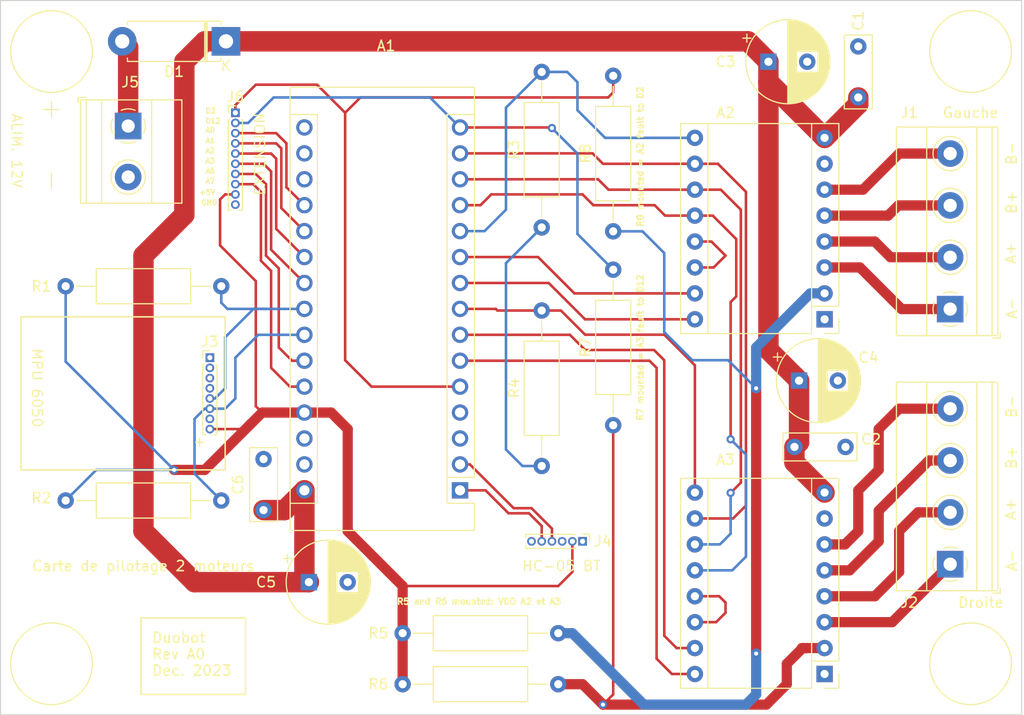
<source format=kicad_pcb>
(kicad_pcb (version 20221018) (generator pcbnew)
  (title_block (title "Duobot - Carte de commande 2 moteurs") (date "2023-12-17") (rev "A0") (company "BPC"))
  (layers (0 "F.Cu" signal) (31 "B.Cu" signal) (34 "B.Paste" user) (35 "F.Paste" user) (36 "B.SilkS" user "B.Silkscreen") (37 "F.SilkS" user "F.Silkscreen") (38 "B.Mask" user) (39 "F.Mask" user) (44 "Edge.Cuts" user))
  (net 0 "")
  (net 1 "Net-(A1-D1{slash}TX)")
  (net 3 "Net-(A1-D0{slash}RX)")
  (net 6 "M0")
  (net 7 "GND")
  (net 8 "M1")
  (net 9 "M2")
  (net 10 "EN_Gauche")
  (net 11 "EN_Droite")
  (net 12 "SDA")
  (net 13 "STEP_Gauche")
  (net 14 "SCL")
  (net 15 "STEP_Droite")
  (net 16 "DIR_Gauche")
  (net 17 "DIR_Droite")
  (net 18 "+5V")
  (net 20 "Net-(A1-VIN)")
  (net 22 "Net-(A2-1B)")
  (net 23 "Net-(A2-1A)")
  (net 24 "Net-(A2-2A)")
  (net 25 "Net-(A2-2B)")
  (net 26 "Net-(A2-~{RESET})")
  (net 27 "Net-(A3-1B)")
  (net 28 "Net-(A3-1A)")
  (net 29 "Net-(A3-2A)")
  (net 30 "Net-(A3-2B)")
  (net 31 "Net-(A3-~{RESET})")
  (net 32 "Net-(D1-A)")
  (net 39 "D2")
  (net 40 "A3")
  (net 41 "A6")
  (net 42 "A7")
  (net 43 "A0")
  (net 44 "A1")
  (net 45 "A2")
  (net 46 "D12")
  (net 47 "Net-(A2-VDD)")
  (net 48 "Net-(A3-VDD)")
  (footprint "Capacitor_THT:C_Disc_D7.0mm_W2.5mm_P5.00mm" (layer "F.Cu") (at 120.76 109.94 90)
    (fp_text reference "C6" (at 2.5 -2.5 90) (layer "F.SilkS"))
    (fp_text value "1n")
    (pad "1" thru_hole circle (at 0 0 90) (size 1.6 1.6) (drill 0.8) (layers "*.Cu" "*.Mask") (net 20 "Net-(A1-VIN)"))
    (pad "2" thru_hole circle (at 5 0 90) (size 1.6 1.6) (drill 0.8) (layers "*.Cu" "*.Mask") (net 7 "GND"))
  )
  (footprint "Connector_PinHeader_1.00mm:PinHeader_1x06_P1.00mm_Vertical" (layer "F.Cu") (at 152 113 -90)
    (fp_text reference "J4" (at 0 -2 -180) (layer "F.SilkS"))
    (fp_text value "HC-05 BT")
    (pad "1" thru_hole rect (at 0 0 270) (size 0.85 0.85) (drill 0.5) (layers "*.Cu" "*.Mask"))
    (pad "2" thru_hole oval (at 0 1 270) (size 0.85 0.85) (drill 0.5) (layers "*.Cu" "*.Mask") (net 18 "+5V"))
    (pad "3" thru_hole oval (at 0 2 270) (size 0.85 0.85) (drill 0.5) (layers "*.Cu" "*.Mask") (net 7 "GND"))
    (pad "4" thru_hole oval (at 0 3 270) (size 0.85 0.85) (drill 0.5) (layers "*.Cu" "*.Mask") (net 3 "Net-(A1-D0{slash}RX)"))
    (pad "5" thru_hole oval (at 0 4 270) (size 0.85 0.85) (drill 0.5) (layers "*.Cu" "*.Mask") (net 1 "Net-(A1-D1{slash}TX)"))
    (pad "6" thru_hole oval (at 0 5 270) (size 0.85 0.85) (drill 0.5) (layers "*.Cu" "*.Mask"))
  )
  (footprint "bpc:BPC_Trou4mm_Fixation" (layer "F.Cu") (at 190 125)
    (fp_text reference "X1" hide)
    (fp_text value "Trou")
    (pad "" np_thru_hole circle (at 0 0) (size 4 4) (drill 4) (layers "*.Cu" "*.Mask"))
  )
  (footprint "Resistor_THT:R_Axial_DIN0309_L9.0mm_D3.2mm_P15.24mm_Horizontal" (layer "F.Cu") (at 101.38 88)
    (fp_text reference "R1" (at -2.38 0) (layer "F.SilkS"))
    (fp_text value "10k")
    (pad "1" thru_hole circle (at 0 0) (size 1.6 1.6) (drill 0.8) (layers "*.Cu" "*.Mask") (net 18 "+5V"))
    (pad "2" thru_hole oval (at 15.24 0) (size 1.6 1.6) (drill 0.8) (layers "*.Cu" "*.Mask") (net 12 "SDA"))
  )
  (footprint "TerminalBlock_Phoenix:TerminalBlock_Phoenix_MKDS-1,5-2_1x02_P5.00mm_Horizontal" (layer "F.Cu") (at 107.5 72.3 -90)
    (fp_text reference "J5" (at -4.3 -0.2 -180) (layer "F.SilkS"))
    (fp_text value "Batterie")
    (pad "1" thru_hole rect (at 0 0 270) (size 2.6 2.6) (drill 1.3) (layers "*.Cu" "*.Mask") (net 32 "Net-(D1-A)"))
    (pad "2" thru_hole circle (at 5 0 270) (size 2.6 2.6) (drill 1.3) (layers "*.Cu" "*.Mask") (net 7 "GND"))
  )
  (footprint "TerminalBlock_Phoenix:TerminalBlock_Phoenix_MKDS-1,5-4-5.08_1x04_P5.08mm_Horizontal" (layer "F.Cu") (at 188 115.24 90)
    (fp_text reference "J2" (at -3.76 -4 180) (layer "F.SilkS"))
    (fp_text value "Moteur Droite")
    (pad "1" thru_hole rect (at 0 0 90) (size 2.6 2.6) (drill 1.3) (layers "*.Cu" "*.Mask") (net 27 "Net-(A3-1B)"))
    (pad "2" thru_hole circle (at 5.08 0 90) (size 2.6 2.6) (drill 1.3) (layers "*.Cu" "*.Mask") (net 28 "Net-(A3-1A)"))
    (pad "3" thru_hole circle (at 10.16 0 90) (size 2.6 2.6) (drill 1.3) (layers "*.Cu" "*.Mask") (net 29 "Net-(A3-2A)"))
    (pad "4" thru_hole circle (at 15.24 0 90) (size 2.6 2.6) (drill 1.3) (layers "*.Cu" "*.Mask") (net 30 "Net-(A3-2B)"))
  )
  (footprint "Capacitor_THT:C_Disc_D7.0mm_W2.5mm_P5.00mm" (layer "F.Cu") (at 172.75 103.75)
    (fp_text reference "C2" (at 7.5 -0.75) (layer "F.SilkS"))
    (fp_text value "100n")
    (pad "1" thru_hole circle (at 0 0) (size 1.6 1.6) (drill 0.8) (layers "*.Cu" "*.Mask") (net 20 "Net-(A1-VIN)"))
    (pad "2" thru_hole circle (at 5 0) (size 1.6 1.6) (drill 0.8) (layers "*.Cu" "*.Mask") (net 7 "GND"))
  )
  (footprint "bpc:BPC_Arduino_Nano" (layer "F.Cu") (at 140 108 180)
    (fp_text reference "A1" (at 7.24 43.56) (layer "F.SilkS"))
    (fp_text value "Arduino_Nano_v3.x")
    (pad "1" thru_hole rect (at 0 0 180) (size 1.6 1.6) (drill 1) (layers "*.Cu" "*.Mask") (net 1 "Net-(A1-D1{slash}TX)"))
    (pad "2" thru_hole oval (at 0 2.54 180) (size 1.6 1.6) (drill 1) (layers "*.Cu" "*.Mask") (net 3 "Net-(A1-D0{slash}RX)"))
    (pad "3" thru_hole oval (at 0 5.08 180) (size 1.6 1.6) (drill 1) (layers "*.Cu" "*.Mask"))
    (pad "4" thru_hole oval (at 0 7.62 180) (size 1.6 1.6) (drill 1) (layers "*.Cu" "*.Mask") (net 7 "GND"))
    (pad "5" thru_hole oval (at 0 10.16 180) (size 1.6 1.6) (drill 1) (layers "*.Cu" "*.Mask") (net 39 "D2"))
    (pad "6" thru_hole oval (at 0 12.7 180) (size 1.6 1.6) (drill 1) (layers "*.Cu" "*.Mask") (net 17 "DIR_Droite"))
    (pad "7" thru_hole oval (at 0 15.24 180) (size 1.6 1.6) (drill 1) (layers "*.Cu" "*.Mask") (net 15 "STEP_Droite"))
    (pad "8" thru_hole oval (at 0 17.78 180) (size 1.6 1.6) (drill 1) (layers "*.Cu" "*.Mask") (net 11 "EN_Droite"))
    (pad "9" thru_hole oval (at 0 20.32 180) (size 1.6 1.6) (drill 1) (layers "*.Cu" "*.Mask") (net 16 "DIR_Gauche"))
    (pad "10" thru_hole oval (at 0 22.86 180) (size 1.6 1.6) (drill 1) (layers "*.Cu" "*.Mask") (net 13 "STEP_Gauche"))
    (pad "11" thru_hole oval (at 0 25.4 180) (size 1.6 1.6) (drill 1) (layers "*.Cu" "*.Mask") (net 10 "EN_Gauche"))
    (pad "12" thru_hole oval (at 0 27.94 180) (size 1.6 1.6) (drill 1) (layers "*.Cu" "*.Mask") (net 9 "M2"))
    (pad "13" thru_hole oval (at 0 30.48 180) (size 1.6 1.6) (drill 1) (layers "*.Cu" "*.Mask") (net 8 "M1"))
    (pad "14" thru_hole oval (at 0 33.02 180) (size 1.6 1.6) (drill 1) (layers "*.Cu" "*.Mask") (net 6 "M0"))
    (pad "15" thru_hole oval (at 0 35.56 180) (size 1.6 1.6) (drill 1) (layers "*.Cu" "*.Mask") (net 46 "D12"))
    (pad "16" thru_hole oval (at 15.24 35.56 180) (size 1.6 1.6) (drill 1) (layers "*.Cu" "*.Mask"))
    (pad "17" thru_hole oval (at 15.24 33.02 180) (size 1.6 1.6) (drill 1) (layers "*.Cu" "*.Mask"))
    (pad "18" thru_hole oval (at 15.24 30.48 180) (size 1.6 1.6) (drill 1) (layers "*.Cu" "*.Mask"))
    (pad "19" thru_hole oval (at 15.24 27.94 180) (size 1.6 1.6) (drill 1) (layers "*.Cu" "*.Mask") (net 43 "A0"))
    (pad "20" thru_hole oval (at 15.24 25.4 180) (size 1.6 1.6) (drill 1) (layers "*.Cu" "*.Mask") (net 44 "A1"))
    (pad "21" thru_hole oval (at 15.24 22.86 180) (size 1.6 1.6) (drill 1) (layers "*.Cu" "*.Mask") (net 45 "A2"))
    (pad "22" thru_hole oval (at 15.24 20.32 180) (size 1.6 1.6) (drill 1) (layers "*.Cu" "*.Mask") (net 40 "A3"))
    (pad "23" thru_hole oval (at 15.24 17.78 180) (size 1.6 1.6) (drill 1) (layers "*.Cu" "*.Mask") (net 12 "SDA"))
    (pad "24" thru_hole oval (at 15.24 15.24 180) (size 1.6 1.6) (drill 1) (layers "*.Cu" "*.Mask") (net 14 "SCL"))
    (pad "25" thru_hole oval (at 15.24 12.7 180) (size 1.6 1.6) (drill 1) (layers "*.Cu" "*.Mask") (net 41 "A6"))
    (pad "26" thru_hole oval (at 15.24 10.16 180) (size 1.6 1.6) (drill 1) (layers "*.Cu" "*.Mask") (net 42 "A7"))
    (pad "27" thru_hole oval (at 15.24 7.62 180) (size 1.6 1.6) (drill 1) (layers "*.Cu" "*.Mask") (net 18 "+5V"))
    (pad "28" thru_hole oval (at 15.24 5.08 180) (size 1.6 1.6) (drill 1) (layers "*.Cu" "*.Mask"))
    (pad "29" thru_hole oval (at 15.24 2.54 180) (size 1.6 1.6) (drill 1) (layers "*.Cu" "*.Mask") (net 7 "GND"))
    (pad "30" thru_hole oval (at 15.24 0 180) (size 1.6 1.6) (drill 1) (layers "*.Cu" "*.Mask") (net 20 "Net-(A1-VIN)"))
  )
  (footprint "Resistor_THT:R_Axial_DIN0309_L9.0mm_D3.2mm_P15.24mm_Horizontal" (layer "F.Cu") (at 149.62 127 180)
    (fp_text reference "R6" (at 17.62 0) (layer "F.SilkS"))
    (fp_text value "0")
    (pad "1" thru_hole circle (at 0 0 180) (size 1.6 1.6) (drill 0.8) (layers "*.Cu" "*.Mask") (net 48 "Net-(A3-VDD)"))
    (pad "2" thru_hole oval (at 15.24 0 180) (size 1.6 1.6) (drill 0.8) (layers "*.Cu" "*.Mask") (net 18 "+5V"))
  )
  (footprint "TerminalBlock_Phoenix:TerminalBlock_Phoenix_MKDS-1,5-4-5.08_1x04_P5.08mm_Horizontal" (layer "F.Cu") (at 188 90.24 90)
    (fp_text reference "J1" (at 19.24 -4 180) (layer "F.SilkS"))
    (fp_text value "Moteur Gauche")
    (pad "1" thru_hole rect (at 0 0 90) (size 2.6 2.6) (drill 1.3) (layers "*.Cu" "*.Mask") (net 22 "Net-(A2-1B)"))
    (pad "2" thru_hole circle (at 5.08 0 90) (size 2.6 2.6) (drill 1.3) (layers "*.Cu" "*.Mask") (net 23 "Net-(A2-1A)"))
    (pad "3" thru_hole circle (at 10.16 0 90) (size 2.6 2.6) (drill 1.3) (layers "*.Cu" "*.Mask") (net 24 "Net-(A2-2A)"))
    (pad "4" thru_hole circle (at 15.24 0 90) (size 2.6 2.6) (drill 1.3) (layers "*.Cu" "*.Mask") (net 25 "Net-(A2-2B)"))
  )
  (footprint "Capacitor_THT:CP_Radial_D8.0mm_P3.80mm" (layer "F.Cu") (at 173.2 97.25)
    (fp_text reference "C4" (at 6.802651 -2.25) (layer "F.SilkS"))
    (fp_text value "100uF")
    (pad "1" thru_hole rect (at 0 0) (size 1.6 1.6) (drill 0.8) (layers "*.Cu" "*.Mask") (net 20 "Net-(A1-VIN)"))
    (pad "2" thru_hole circle (at 3.8 0) (size 1.6 1.6) (drill 0.8) (layers "*.Cu" "*.Mask") (net 7 "GND"))
  )
  (footprint "Resistor_THT:R_Axial_DIN0309_L9.0mm_D3.2mm_P15.24mm_Horizontal" (layer "F.Cu") (at 116.62 109 180)
    (fp_text reference "R2" (at 17.62 0.25) (layer "F.SilkS"))
    (fp_text value "10k")
    (pad "1" thru_hole circle (at 0 0 180) (size 1.6 1.6) (drill 0.8) (layers "*.Cu" "*.Mask") (net 14 "SCL"))
    (pad "2" thru_hole oval (at 15.24 0 180) (size 1.6 1.6) (drill 0.8) (layers "*.Cu" "*.Mask") (net 18 "+5V"))
  )
  (footprint "Diode_THT:D_5W_P10.16mm_Horizontal" (layer "F.Cu") (at 117.08 64 180)
    (fp_text reference "D1" (at 5.08 -2.97) (layer "F.SilkS"))
    (fp_text value "D")
    (fp_text user "K" (at 0 -2.4) (layer "F.SilkS"))
    (pad "1" thru_hole rect (at 0 0 180) (size 2.8 2.8) (drill 1.4) (layers "*.Cu" "*.Mask") (net 20 "Net-(A1-VIN)"))
    (pad "2" thru_hole oval (at 10.16 0 180) (size 2.8 2.8) (drill 1.4) (layers "*.Cu" "*.Mask") (net 32 "Net-(D1-A)"))
  )
  (footprint "Connector_PinHeader_1.00mm:PinHeader_1x10_P1.00mm_Vertical" (layer "F.Cu") (at 118 71)
    (fp_text reference "J6" (at 0 -1.56) (layer "F.SilkS"))
    (fp_text value "Extension")
    (pad "1" thru_hole rect (at 0 0) (size 0.85 0.85) (drill 0.5) (layers "*.Cu" "*.Mask") (net 39 "D2"))
    (pad "2" thru_hole oval (at 0 1) (size 0.85 0.85) (drill 0.5) (layers "*.Cu" "*.Mask") (net 46 "D12"))
    (pad "3" thru_hole oval (at 0 2) (size 0.85 0.85) (drill 0.5) (layers "*.Cu" "*.Mask") (net 43 "A0"))
    (pad "4" thru_hole oval (at 0 3) (size 0.85 0.85) (drill 0.5) (layers "*.Cu" "*.Mask") (net 44 "A1"))
    (pad "5" thru_hole oval (at 0 4) (size 0.85 0.85) (drill 0.5) (layers "*.Cu" "*.Mask") (net 45 "A2"))
    (pad "6" thru_hole oval (at 0 5) (size 0.85 0.85) (drill 0.5) (layers "*.Cu" "*.Mask") (net 40 "A3"))
    (pad "7" thru_hole oval (at 0 6) (size 0.85 0.85) (drill 0.5) (layers "*.Cu" "*.Mask") (net 41 "A6"))
    (pad "8" thru_hole oval (at 0 7) (size 0.85 0.85) (drill 0.5) (layers "*.Cu" "*.Mask") (net 42 "A7"))
    (pad "9" thru_hole oval (at 0 8) (size 0.85 0.85) (drill 0.5) (layers "*.Cu" "*.Mask") (net 18 "+5V"))
    (pad "10" thru_hole oval (at 0 9) (size 0.85 0.85) (drill 0.5) (layers "*.Cu" "*.Mask") (net 7 "GND"))
  )
  (footprint "Resistor_THT:R_Axial_DIN0309_L9.0mm_D3.2mm_P15.24mm_Horizontal" (layer "F.Cu") (at 155 101.62 90)
    (fp_text reference "R7" (at 7.62 -2.72 90) (layer "F.SilkS"))
    (fp_text value "0")
    (pad "1" thru_hole circle (at 0 0 90) (size 1.6 1.6) (drill 0.8) (layers "*.Cu" "*.Mask") (net 48 "Net-(A3-VDD)"))
    (pad "2" thru_hole oval (at 15.24 0 90) (size 1.6 1.6) (drill 0.8) (layers "*.Cu" "*.Mask") (net 46 "D12"))
  )
  (footprint "bpc:BPC_Trou4mm_Fixation" (layer "F.Cu") (at 190 65)
    (fp_text reference "X4" hide)
    (fp_text value "Trou" hide)
    (pad "" np_thru_hole circle (at 0 0) (size 4 4) (drill 4) (layers "*.Cu" "*.Mask"))
  )
  (footprint "Resistor_THT:R_Axial_DIN0309_L9.0mm_D3.2mm_P15.24mm_Horizontal" (layer "F.Cu") (at 149.62 122 180)
    (fp_text reference "R5" (at 17.62 0) (layer "F.SilkS"))
    (fp_text value "0")
    (pad "1" thru_hole circle (at 0 0 180) (size 1.6 1.6) (drill 0.8) (layers "*.Cu" "*.Mask") (net 47 "Net-(A2-VDD)"))
    (pad "2" thru_hole oval (at 15.24 0 180) (size 1.6 1.6) (drill 0.8) (layers "*.Cu" "*.Mask") (net 18 "+5V"))
  )
  (footprint "Resistor_THT:R_Axial_DIN0309_L9.0mm_D3.2mm_P15.24mm_Horizontal" (layer "F.Cu") (at 148 82.24 90)
    (fp_text reference "R3" (at 7.62 -2.72 90) (layer "F.SilkS"))
    (fp_text value "100k")
    (pad "1" thru_hole circle (at 0 0 90) (size 1.6 1.6) (drill 0.8) (layers "*.Cu" "*.Mask") (net 18 "+5V"))
    (pad "2" thru_hole oval (at 15.24 0 90) (size 1.6 1.6) (drill 0.8) (layers "*.Cu" "*.Mask") (net 10 "EN_Gauche"))
  )
  (footprint "Resistor_THT:R_Axial_DIN0309_L9.0mm_D3.2mm_P15.24mm_Horizontal" (layer "F.Cu") (at 155 82.62 90)
    (fp_text reference "R8" (at 7.62 -2.72 90) (layer "F.SilkS"))
    (fp_text value "0")
    (pad "1" thru_hole circle (at 0 0 90) (size 1.6 1.6) (drill 0.8) (layers "*.Cu" "*.Mask") (net 47 "Net-(A2-VDD)"))
    (pad "2" thru_hole oval (at 15.24 0 90) (size 1.6 1.6) (drill 0.8) (layers "*.Cu" "*.Mask") (net 39 "D2"))
  )
  (footprint "bpc:BPC_Trou4mm_Fixation" (layer "F.Cu") (at 100 65)
    (fp_text reference "X3" hide)
    (fp_text value "Trou" hide)
    (pad "" np_thru_hole circle (at 0 0) (size 4 4) (drill 4) (layers "*.Cu" "*.Mask"))
  )
  (footprint "bpc:BPC_Module-16_15.2x20.3mm" (layer "F.Cu") (at 175.7 91.24 180)
    (fp_text reference "A2" (at 9.7 20.24) (layer "F.SilkS"))
    (fp_text value "~")
    (pad "1" thru_hole rect (at 0 0 180) (size 1.6 1.6) (drill 0.8) (layers "*.Cu" "*.Mask") (net 7 "GND"))
    (pad "2" thru_hole oval (at 0 2.54 180) (size 1.6 1.6) (drill 0.8) (layers "*.Cu" "*.Mask") (net 47 "Net-(A2-VDD)"))
    (pad "3" thru_hole oval (at 0 5.08 180) (size 1.6 1.6) (drill 0.8) (layers "*.Cu" "*.Mask") (net 22 "Net-(A2-1B)"))
    (pad "4" thru_hole oval (at 0 7.62 180) (size 1.6 1.6) (drill 0.8) (layers "*.Cu" "*.Mask") (net 23 "Net-(A2-1A)"))
    (pad "5" thru_hole oval (at 0 10.16 180) (size 1.6 1.6) (drill 0.8) (layers "*.Cu" "*.Mask") (net 24 "Net-(A2-2A)"))
    (pad "6" thru_hole oval (at 0 12.7 180) (size 1.6 1.6) (drill 0.8) (layers "*.Cu" "*.Mask") (net 25 "Net-(A2-2B)"))
    (pad "7" thru_hole oval (at 0 15.24 180) (size 1.6 1.6) (drill 0.8) (layers "*.Cu" "*.Mask") (net 7 "GND"))
    (pad "8" thru_hole oval (at 0 17.78 180) (size 1.6 1.6) (drill 0.8) (layers "*.Cu" "*.Mask") (net 20 "Net-(A1-VIN)"))
    (pad "9" thru_hole oval (at 12.7 17.78 180) (size 1.6 1.6) (drill 0.8) (layers "*.Cu" "*.Mask") (net 10 "EN_Gauche"))
    (pad "10" thru_hole oval (at 12.7 15.24 180) (size 1.6 1.6) (drill 0.8) (layers "*.Cu" "*.Mask") (net 6 "M0"))
    (pad "11" thru_hole oval (at 12.7 12.7 180) (size 1.6 1.6) (drill 0.8) (layers "*.Cu" "*.Mask") (net 8 "M1"))
    (pad "12" thru_hole oval (at 12.7 10.16 180) (size 1.6 1.6) (drill 0.8) (layers "*.Cu" "*.Mask") (net 9 "M2"))
    (pad "13" thru_hole oval (at 12.7 7.62 180) (size 1.6 1.6) (drill 0.8) (layers "*.Cu" "*.Mask") (net 26 "Net-(A2-~{RESET})"))
    (pad "14" thru_hole oval (at 12.7 5.08 180) (size 1.6 1.6) (drill 0.8) (layers "*.Cu" "*.Mask") (net 26 "Net-(A2-~{RESET})"))
    (pad "15" thru_hole oval (at 12.7 2.54 180) (size 1.6 1.6) (drill 0.8) (layers "*.Cu" "*.Mask") (net 13 "STEP_Gauche"))
    (pad "16" thru_hole oval (at 12.7 0 180) (size 1.6 1.6) (drill 0.8) (layers "*.Cu" "*.Mask") (net 16 "DIR_Gauche"))
  )
  (footprint "Capacitor_THT:CP_Radial_D8.0mm_P3.80mm" (layer "F.Cu") (at 170.2 66)
    (fp_text reference "C3" (at -4.197349 0) (layer "F.SilkS"))
    (fp_text value "100uF")
    (pad "1" thru_hole rect (at 0 0) (size 1.6 1.6) (drill 0.8) (layers "*.Cu" "*.Mask") (net 20 "Net-(A1-VIN)"))
    (pad "2" thru_hole circle (at 3.8 0) (size 1.6 1.6) (drill 0.8) (layers "*.Cu" "*.Mask") (net 7 "GND"))
  )
  (footprint "Capacitor_THT:C_Disc_D7.0mm_W2.5mm_P5.00mm" (layer "F.Cu") (at 179 69.5 90)
    (fp_text reference "C1" (at 7.5 0 90) (layer "F.SilkS"))
    (fp_text value "100n")
    (pad "1" thru_hole circle (at 0 0 90) (size 1.6 1.6) (drill 0.8) (layers "*.Cu" "*.Mask") (net 20 "Net-(A1-VIN)"))
    (pad "2" thru_hole circle (at 5 0 90) (size 1.6 1.6) (drill 0.8) (layers "*.Cu" "*.Mask") (net 7 "GND"))
  )
  (footprint "Resistor_THT:R_Axial_DIN0309_L9.0mm_D3.2mm_P15.24mm_Horizontal" (layer "F.Cu") (at 148 105.62 90)
    (fp_text reference "R4" (at 7.62 -2.72 90) (layer "F.SilkS"))
    (fp_text value "100k")
    (pad "1" thru_hole circle (at 0 0 90) (size 1.6 1.6) (drill 0.8) (layers "*.Cu" "*.Mask") (net 18 "+5V"))
    (pad "2" thru_hole oval (at 15.24 0 90) (size 1.6 1.6) (drill 0.8) (layers "*.Cu" "*.Mask") (net 11 "EN_Droite"))
  )
  (footprint "Capacitor_THT:CP_Radial_D8.0mm_P3.80mm" (layer "F.Cu") (at 125.197349 117)
    (fp_text reference "C5" (at -4.197349 0) (layer "F.SilkS"))
    (fp_text value "20uF")
    (pad "1" thru_hole rect (at 0 0) (size 1.6 1.6) (drill 0.8) (layers "*.Cu" "*.Mask") (net 20 "Net-(A1-VIN)"))
    (pad "2" thru_hole circle (at 3.8 0) (size 1.6 1.6) (drill 0.8) (layers "*.Cu" "*.Mask") (net 7 "GND"))
  )
  (footprint "bpc:BPC_Trou4mm_Fixation" (layer "F.Cu") (at 100 125)
    (fp_text reference "X2" hide)
    (fp_text value "Trou")
    (pad "" np_thru_hole circle (at 0 0) (size 4 4) (drill 4) (layers "*.Cu" "*.Mask"))
  )
  (footprint "Connector_PinHeader_1.00mm:PinHeader_1x08_P1.00mm_Vertical" (layer "F.Cu") (at 115.5 95)
    (fp_text reference "J3" (at 0 -1.56) (layer "F.SilkS"))
    (fp_text value "MPU6050")
    (pad "1" thru_hole rect (at 0 0) (size 0.85 0.85) (drill 0.5) (layers "*.Cu" "*.Mask"))
    (pad "2" thru_hole oval (at 0 1) (size 0.85 0.85) (drill 0.5) (layers "*.Cu" "*.Mask"))
    (pad "3" thru_hole oval (at 0 2) (size 0.85 0.85) (drill 0.5) (layers "*.Cu" "*.Mask"))
    (pad "4" thru_hole oval (at 0 3) (size 0.85 0.85) (drill 0.5) (layers "*.Cu" "*.Mask"))
    (pad "5" thru_hole oval (at 0 4) (size 0.85 0.85) (drill 0.5) (layers "*.Cu" "*.Mask") (net 12 "SDA"))
    (pad "6" thru_hole oval (at 0 5) (size 0.85 0.85) (drill 0.5) (layers "*.Cu" "*.Mask") (net 14 "SCL"))
    (pad "7" thru_hole oval (at 0 6) (size 0.85 0.85) (drill 0.5) (layers "*.Cu" "*.Mask") (net 7 "GND"))
    (pad "8" thru_hole oval (at 0 7) (size 0.85 0.85) (drill 0.5) (layers "*.Cu" "*.Mask") (net 18 "+5V"))
  )
  (footprint "bpc:BPC_Module-16_15.2x20.3mm" (layer "F.Cu") (at 175.7 126 180)
    (fp_text reference "A3" (at 9.7 21 180) (layer "F.SilkS"))
    (fp_text value "~")
    (pad "1" thru_hole rect (at 0 0 180) (size 1.6 1.6) (drill 0.8) (layers "*.Cu" "*.Mask") (net 7 "GND"))
    (pad "2" thru_hole oval (at 0 2.54 180) (size 1.6 1.6) (drill 0.8) (layers "*.Cu" "*.Mask") (net 48 "Net-(A3-VDD)"))
    (pad "3" thru_hole oval (at 0 5.08 180) (size 1.6 1.6) (drill 0.8) (layers "*.Cu" "*.Mask") (net 27 "Net-(A3-1B)"))
    (pad "4" thru_hole oval (at 0 7.62 180) (size 1.6 1.6) (drill 0.8) (layers "*.Cu" "*.Mask") (net 28 "Net-(A3-1A)"))
    (pad "5" thru_hole oval (at 0 10.16 180) (size 1.6 1.6) (drill 0.8) (layers "*.Cu" "*.Mask") (net 29 "Net-(A3-2A)"))
    (pad "6" thru_hole oval (at 0 12.7 180) (size 1.6 1.6) (drill 0.8) (layers "*.Cu" "*.Mask") (net 30 "Net-(A3-2B)"))
    (pad "7" thru_hole oval (at 0 15.24 180) (size 1.6 1.6) (drill 0.8) (layers "*.Cu" "*.Mask") (net 7 "GND"))
    (pad "8" thru_hole oval (at 0 17.78 180) (size 1.6 1.6) (drill 0.8) (layers "*.Cu" "*.Mask") (net 20 "Net-(A1-VIN)"))
    (pad "9" thru_hole oval (at 12.7 17.78 180) (size 1.6 1.6) (drill 0.8) (layers "*.Cu" "*.Mask") (net 11 "EN_Droite"))
    (pad "10" thru_hole oval (at 12.7 15.24 180) (size 1.6 1.6) (drill 0.8) (layers "*.Cu" "*.Mask") (net 6 "M0"))
    (pad "11" thru_hole oval (at 12.7 12.7 180) (size 1.6 1.6) (drill 0.8) (layers "*.Cu" "*.Mask") (net 8 "M1"))
    (pad "12" thru_hole oval (at 12.7 10.16 180) (size 1.6 1.6) (drill 0.8) (layers "*.Cu" "*.Mask") (net 9 "M2"))
    (pad "13" thru_hole oval (at 12.7 7.62 180) (size 1.6 1.6) (drill 0.8) (layers "*.Cu" "*.Mask") (net 31 "Net-(A3-~{RESET})"))
    (pad "14" thru_hole oval (at 12.7 5.08 180) (size 1.6 1.6) (drill 0.8) (layers "*.Cu" "*.Mask") (net 31 "Net-(A3-~{RESET})"))
    (pad "15" thru_hole oval (at 12.7 2.54 180) (size 1.6 1.6) (drill 0.8) (layers "*.Cu" "*.Mask") (net 15 "STEP_Droite"))
    (pad "16" thru_hole oval (at 12.7 0 180) (size 1.6 1.6) (drill 0.8) (layers "*.Cu" "*.Mask") (net 17 "DIR_Droite"))
  )
  (gr_rect (start 108.75 120.5) (end 119 128) (stroke (width 0.15)) (fill none) (layer "F.SilkS"))
  (gr_rect (start 97 91) (end 117 106) (stroke (width 0.15)) (fill none) (layer "F.SilkS"))
  (gr_line (start 195 130) (end 195 60) (stroke (width 0.1)) (layer "Edge.Cuts"))
  (gr_line (start 195 60) (end 95 60) (stroke (width 0.1)) (layer "Edge.Cuts"))
  (gr_line (start 95 130) (end 195 130) (stroke (width 0.1)) (layer "Edge.Cuts"))
  (gr_line (start 95 130) (end 95 60) (stroke (width 0.1)) (layer "Edge.Cuts"))
  (gr_text "Carte de pilotage 2 moteurs" (at 98 116) (layer "F.SilkS") (effects (font (size 1 1)) (justify left bottom)))
  (gr_text "Gauche" (at 190 71) (layer "F.SilkS") (effects (font (size 1 1))))
  (gr_text "ALIM. 12V" (at 96 71 270) (layer "F.SilkS") (effects (font (size 1 1) (thickness 0.125)) (justify left bottom)))
  (gr_text "A-" (at 194.6 116 90) (layer "F.SilkS") (effects (font (size 1 1)) (justify left bottom)))
  (gr_text "D2" (at 115 71.1) (layer "F.SilkS") (effects (font (size 0.5 0.5) (thickness 0.125)) (justify left bottom)))
  (gr_text "A2" (at 115 75) (layer "F.SilkS") (effects (font (size 0.5 0.5) (thickness 0.125)) (justify left bottom)))
  (gr_text "A7" (at 115 78) (layer "F.SilkS") (effects (font (size 0.5 0.5) (thickness 0.125)) (justify left bottom)))
  (gr_text "R8 mounted = A2 fault to D2" (at 158 82.25 90) (layer "F.SilkS") (effects (font (size 0.6 0.6)) (justify left bottom)))
  (gr_text "A0" (at 115 73) (layer "F.SilkS") (effects (font (size 0.5 0.5) (thickness 0.125)) (justify left bottom)))
  (gr_text "EXTENSION" (at 121 79.2 90) (layer "F.SilkS") (effects (font (size 1 1) (thickness 0.125)) (justify left bottom)))
  (gr_text "R7 mounted = A3 fault to D12" (at 158 101.25 90) (layer "F.SilkS") (effects (font (size 0.6 0.6)) (justify left bottom)))
  (gr_text "A+" (at 194.5 85.9 90) (layer "F.SilkS") (effects (font (size 1 1)) (justify left bottom)))
  (gr_text "A3" (at 115 76) (layer "F.SilkS") (effects (font (size 0.5 0.5) (thickness 0.125)) (justify left bottom)))
  (gr_text "MPU 6050" (at 98 94 -90) (layer "F.SilkS") (effects (font (size 1 1) (thickness 0.125) bold) (justify left bottom)))
  (gr_text "B-" (at 194.6 76.2 90) (layer "F.SilkS") (effects (font (size 1 1)) (justify left bottom)))
  (gr_text "+5V" (at 114.4 79.1) (layer "F.SilkS") (effects (font (size 0.5 0.5) (thickness 0.125)) (justify left bottom)))
  (gr_text "+" (at 115 104 90) (layer "F.SilkS") (effects (font (size 1 1) (thickness 0.125)) (justify left bottom)))
  (gr_text "A-" (at 194.6 91.3 90) (layer "F.SilkS") (effects (font (size 1 1)) (justify left bottom)))
  (gr_text "Droite" (at 191 119) (layer "F.SilkS") (effects (font (size 1 1))))
  (gr_text "R5 and R6 mounted: VDD A2 et A3" (at 133.75 119.25) (layer "F.SilkS") (effects (font (size 0.6 0.6)) (justify left bottom)))
  (gr_text "GND" (at 114.6 80.1) (layer "F.SilkS") (effects (font (size 0.5 0.5) (thickness 0.125)) (justify left bottom)))
  (gr_text "-" (at 101 79 90) (layer "F.SilkS") (effects (font (size 2 2) (thickness 0.125)) (justify left bottom)))
  (gr_text "A+" (at 194.5 111 90) (layer "F.SilkS") (effects (font (size 1 1)) (justify left bottom)))
  (gr_text "+" (at 101 72 90) (layer "F.SilkS") (effects (font (size 2 2) (thickness 0.125)) (justify left bottom)))
  (gr_text "D12" (at 115 72.1) (layer "F.SilkS") (effects (font (size 0.5 0.5) (thickness 0.125)) (justify left bottom)))
  (gr_text "B-" (at 194.6 101 90) (layer "F.SilkS") (effects (font (size 1 1)) (justify left bottom)))
  (gr_text "HC-05 BT" (at 146 116) (layer "F.SilkS") (effects (font (size 1 1) (thickness 0.125) bold) (justify left bottom)))
  (gr_text "B+" (at 194.6 81 90) (layer "F.SilkS") (effects (font (size 1 1)) (justify left bottom)))
  (gr_text "A6" (at 115 77) (layer "F.SilkS") (effects (font (size 0.5 0.5) (thickness 0.125)) (justify left bottom)))
  (gr_text "Duobot\nRev A0\nDec. 2023" (at 109.75 126.25) (layer "F.SilkS") (effects (font (size 1 1)) (justify left bottom)))
  (gr_text "B+" (at 194.6 106 90) (layer "F.SilkS") (effects (font (size 1 1)) (justify left bottom)))
  (gr_text "A1" (at 115 74) (layer "F.SilkS") (effects (font (size 0.5 0.5) (thickness 0.125)) (justify left bottom)))
  (segment (start 144.75 110.25) (end 142.5 108) (width 0.25) (layer "F.Cu") (net 1))
  (segment (start 148 113) (end 148 111.5) (width 0.25) (layer "F.Cu") (net 1))
  (segment (start 148 111.5) (end 146.75 110.25) (width 0.25) (layer "F.Cu") (net 1))
  (segment (start 142.5 108) (end 140 108) (width 0.25) (layer "F.Cu") (net 1))
  (segment (start 146.75 110.25) (end 144.75 110.25) (width 0.25) (layer "F.Cu") (net 1))
  (segment (start 140 105.46) (end 140.96 105.46) (width 0.25) (layer "F.Cu") (net 3))
  (segment (start 149 111.75) (end 149 113) (width 0.25) (layer "F.Cu") (net 3))
  (segment (start 145.25 109.75) (end 147 109.75) (width 0.25) (layer "F.Cu") (net 3))
  (segment (start 147 109.75) (end 149 111.75) (width 0.25) (layer "F.Cu") (net 3))
  (segment (start 140.96 105.46) (end 145.25 109.75) (width 0.25) (layer "F.Cu") (net 3))
  (segment (start 165.25 76) (end 163 76) (width 0.25) (layer "F.Cu") (net 6))
  (segment (start 165.25 76) (end 168 78.75) (width 0.25) (layer "F.Cu") (net 6))
  (segment (start 166.74 110.76) (end 168 109.5) (width 0.25) (layer "F.Cu") (net 6))
  (segment (start 163 76) (end 154 76) (width 0.25) (layer "F.Cu") (net 6))
  (segment (start 154 76) (end 152.98 74.98) (width 0.25) (layer "F.Cu") (net 6))
  (segment (start 168 109.5) (end 168 78.75) (width 0.25) (layer "F.Cu") (net 6))
  (segment (start 152.98 74.98) (end 140 74.98) (width 0.25) (layer "F.Cu") (net 6))
  (segment (start 163 110.76) (end 166.74 110.76) (width 0.25) (layer "F.Cu") (net 6))
  (segment (start 154.54 78.54) (end 153.52 77.52) (width 0.25) (layer "F.Cu") (net 8))
  (segment (start 165.54 78.54) (end 167.5 80.5) (width 0.25) (layer "F.Cu") (net 8))
  (segment (start 163 78.54) (end 165.54 78.54) (width 0.25) (layer "F.Cu") (net 8))
  (segment (start 153.52 77.52) (end 140 77.52) (width 0.25) (layer "F.Cu") (net 8))
  (segment (start 163 78.54) (end 154.54 78.54) (width 0.25) (layer "F.Cu") (net 8))
  (segment (start 167.5 80.5) (end 167.5 107.25) (width 0.25) (layer "F.Cu") (net 8))
  (segment (start 167.5 107.25) (end 166.5 108.25) (width 0.25) (layer "F.Cu") (net 8))
  (via (at 166.5 108.25) (size 0.8) (drill 0.4) (layers "F.Cu" "B.Cu") (net 8))
  (segment (start 165.45 113.3) (end 163 113.3) (width 0.25) (layer "B.Cu") (net 8))
  (segment (start 166.5 112.25) (end 165.45 113.3) (width 0.25) (layer "B.Cu") (net 8))
  (segment (start 166.5 108.25) (end 166.5 112.25) (width 0.25) (layer "B.Cu") (net 8))
  (segment (start 163 81.08) (end 164.75 81.08) (width 0.25) (layer "F.Cu") (net 9))
  (segment (start 164.75 81.08) (end 167.05 83.38) (width 0.25) (layer "F.Cu") (net 9))
  (segment (start 166.5 89.55) (end 167.05 89) (width 0.25) (layer "F.Cu") (net 9))
  (segment (start 167.05 83.38) (end 167.05 89) (width 0.25) (layer "F.Cu") (net 9))
  (segment (start 143.06 79) (end 142 80.06) (width 0.25) (layer "F.Cu") (net 9))
  (segment (start 163 81.08) (end 160.08 81.08) (width 0.25) (layer "F.Cu") (net 9))
  (segment (start 160.08 81.08) (end 159.06 80.06) (width 0.25) (layer "F.Cu") (net 9))
  (segment (start 159.06 80.06) (end 153.06 80.06) (width 0.25) (layer "F.Cu") (net 9))
  (segment (start 166.5 103) (end 166.5 89.55) (width 0.25) (layer "F.Cu") (net 9))
  (segment (start 153.06 80.06) (end 152 79) (width 0.25) (layer "F.Cu") (net 9))
  (segment (start 142 80.06) (end 140 80.06) (width 0.25) (layer "F.Cu") (net 9))
  (segment (start 152 79) (end 143.06 79) (width 0.25) (layer "F.Cu") (net 9))
  (via (at 166.5 103) (size 0.8) (drill 0.4) (layers "F.Cu" "B.Cu") (net 9))
  (segment (start 163 115.84) (end 166.66 115.84) (width 0.25) (layer "B.Cu") (net 9))
  (segment (start 168 114.5) (end 168 104.5) (width 0.25) (layer "B.Cu") (net 9))
  (segment (start 168 104.5) (end 166.5 103) (width 0.25) (layer "B.Cu") (net 9))
  (segment (start 166.66 115.84) (end 168 114.5) (width 0.25) (layer "B.Cu") (net 9))
  (segment (start 151.5 70.75) (end 151.5 68) (width 0.25) (layer "B.Cu") (net 10))
  (segment (start 142.4 82.6) (end 140 82.6) (width 0.25) (layer "B.Cu") (net 10))
  (segment (start 151.5 68) (end 150.5 67) (width 0.25) (layer "B.Cu") (net 10))
  (segment (start 148 67) (end 144.5 70.5) (width 0.25) (layer "B.Cu") (net 10))
  (segment (start 163 73.46) (end 154.21 73.46) (width 0.25) (layer "B.Cu") (net 10))
  (segment (start 144.5 70.5) (end 144.5 80.5) (width 0.25) (layer "B.Cu") (net 10))
  (segment (start 150.5 67) (end 148 67) (width 0.25) (layer "B.Cu") (net 10))
  (segment (start 144.5 80.5) (end 142.4 82.6) (width 0.25) (layer "B.Cu") (net 10))
  (segment (start 154.21 73.46) (end 151.5 70.75) (width 0.25) (layer "B.Cu") (net 10))
  (segment (start 140 90.22) (end 143.5 90.22) (width 0.25) (layer "F.Cu") (net 11))
  (segment (start 163 95.75) (end 160 92.75) (width 0.25) (layer "F.Cu") (net 11))
  (segment (start 160 92.75) (end 152.25 92.75) (width 0.25) (layer "F.Cu") (net 11))
  (segment (start 148 90.38) (end 149.88 90.38) (width 0.25) (layer "F.Cu") (net 11))
  (segment (start 143.66 90.38) (end 143.5 90.22) (width 0.25) (layer "F.Cu") (net 11))
  (segment (start 163 108.22) (end 163 95.75) (width 0.25) (layer "F.Cu") (net 11))
  (segment (start 148 90.38) (end 143.66 90.38) (width 0.25) (layer "F.Cu") (net 11))
  (segment (start 149.88 90.38) (end 152.25 92.75) (width 0.25) (layer "F.Cu") (net 11))
  (segment (start 117 98) (end 117 93) (width 0.25) (layer "B.Cu") (net 12))
  (segment (start 119.78 90.22) (end 121 90.22) (width 0.25) (layer "B.Cu") (net 12))
  (segment (start 117 93) (end 119.78 90.22) (width 0.25) (layer "B.Cu") (net 12))
  (segment (start 117.22 90.22) (end 116.62 89.62) (width 0.25) (layer "B.Cu") (net 12))
  (segment (start 116 99) (end 117 98) (width 0.25) (layer "B.Cu") (net 12))
  (segment (start 116.62 89.62) (end 116.62 88) (width 0.25) (layer "B.Cu") (net 12))
  (segment (start 124.76 90.22) (end 121 90.22) (width 0.25) (layer "B.Cu") (net 12))
  (segment (start 115.5 99) (end 116 99) (width 0.25) (layer "B.Cu") (net 12))
  (segment (start 121 90.22) (end 117.22 90.22) (width 0.25) (layer "B.Cu") (net 12))
  (segment (start 163 88.7) (end 151.2 88.7) (width 0.25) (layer "F.Cu") (net 13))
  (segment (start 147.64 85.14) (end 140 85.14) (width 0.25) (layer "F.Cu") (net 13))
  (segment (start 151.2 88.7) (end 147.64 85.14) (width 0.25) (layer "F.Cu") (net 13))
  (segment (start 115 100) (end 115.5 100) (width 0.25) (layer "B.Cu") (net 14))
  (segment (start 118 95) (end 120.24 92.76) (width 0.25) (layer "B.Cu") (net 14))
  (segment (start 114 101) (end 115 100) (width 0.25) (layer "B.Cu") (net 14))
  (segment (start 115.5 100) (end 117 100) (width 0.25) (layer "B.Cu") (net 14))
  (segment (start 116.62 109) (end 114 106.38) (width 0.25) (layer "B.Cu") (net 14))
  (segment (start 114 106.38) (end 114 101) (width 0.25) (layer "B.Cu") (net 14))
  (segment (start 120.24 92.76) (end 124.76 92.76) (width 0.25) (layer "B.Cu") (net 14))
  (segment (start 118 99) (end 118 95) (width 0.25) (layer "B.Cu") (net 14))
  (segment (start 117 100) (end 118 99) (width 0.25) (layer "B.Cu") (net 14))
  (segment (start 150.76 92.76) (end 140 92.76) (width 0.25) (layer "F.Cu") (net 15))
  (segment (start 161.21 123.46) (end 160 122.25) (width 0.25) (layer "F.Cu") (net 15))
  (segment (start 160 122.25) (end 160 95.25) (width 0.25) (layer "F.Cu") (net 15))
  (segment (start 152.25 94.25) (end 150.76 92.76) (width 0.25) (layer "F.Cu") (net 15))
  (segment (start 159 94.25) (end 152.25 94.25) (width 0.25) (layer "F.Cu") (net 15))
  (segment (start 163 123.46) (end 161.21 123.46) (width 0.25) (layer "F.Cu") (net 15))
  (segment (start 160 95.25) (end 159 94.25) (width 0.25) (layer "F.Cu") (net 15))
  (segment (start 148.68 87.68) (end 152.24 91.24) (width 0.25) (layer "F.Cu") (net 16))
  (segment (start 152.24 91.24) (end 163 91.24) (width 0.25) (layer "F.Cu") (net 16))
  (segment (start 140 87.68) (end 148.68 87.68) (width 0.25) (layer "F.Cu") (net 16))
  (segment (start 159.25 96) (end 159.25 124.5) (width 0.25) (layer "F.Cu") (net 17))
  (segment (start 160.75 126) (end 163 126) (width 0.25) (layer "F.Cu") (net 17))
  (segment (start 159.25 124.5) (end 160.75 126) (width 0.25) (layer "F.Cu") (net 17))
  (segment (start 140 95.3) (end 158.55 95.3) (width 0.25) (layer "F.Cu") (net 17))
  (segment (start 158.55 95.3) (end 159.25 96) (width 0.25) (layer "F.Cu") (net 17))
  (segment (start 119 102) (end 119.5 101.5) (width 0.25) (layer "F.Cu") (net 18))
  (segment (start 134.38 122) (end 134.38 127) (width 1) (layer "F.Cu") (net 18))
  (segment (start 115 106) (end 112 106) (width 1) (layer "F.Cu") (net 18))
  (segment (start 127.38 100.38) (end 124.76 100.38) (width 1) (layer "F.Cu") (net 18))
  (segment (start 120.62 100.38) (end 119.5 101.5) (width 1) (layer "F.Cu") (net 18))
  (segment (start 117 79) (end 116.5 79.5) (width 0.25) (layer "F.Cu") (net 18))
  (segment (start 149.62 117.38) (end 151 116) (width 0.25) (layer "F.Cu") (net 18))
  (segment (start 134.38 117.38) (end 129 112) (width 1) (layer "F.Cu") (net 18))
  (segment (start 120 87.5) (end 120 99.76) (width 0.25) (layer "F.Cu") (net 18))
  (segment (start 120 99.76) (end 120.62 100.38) (width 0.25) (layer "F.Cu") (net 18))
  (segment (start 134.38 117.38) (end 149.62 117.38) (width 0.25) (layer "F.Cu") (net 18))
  (segment (start 118 79) (end 117 79) (width 0.25) (layer "F.Cu") (net 18))
  (segment (start 119.5 101.5) (end 115 106) (width 1) (layer "F.Cu") (net 18))
  (segment (start 116.5 84) (end 120 87.5) (width 0.25) (layer "F.Cu") (net 18))
  (segment (start 129 102) (end 127.38 100.38) (width 1) (layer "F.Cu") (net 18))
  (segment (start 134.38 122) (end 134.38 117.38) (width 1) (layer "F.Cu") (net 18))
  (segment (start 124.76 100.38) (end 120.62 100.38) (width 1) (layer "F.Cu") (net 18))
  (segment (start 115.5 102) (end 119 102) (width 0.25) (layer "F.Cu") (net 18))
  (segment (start 151 116) (end 151 113) (width 0.25) (layer "F.Cu") (net 18))
  (segment (start 129 112) (end 129 102) (width 1) (layer "F.Cu") (net 18))
  (segment (start 116.5 79.5) (end 116.5 84) (width 0.25) (layer "F.Cu") (net 18))
  (via (at 112 106) (size 0.8) (drill 0.4) (layers "F.Cu" "B.Cu") (net 18))
  (segment (start 144.5 104) (end 146.12 105.62) (width 0.25) (layer "B.Cu") (net 18))
  (segment (start 101.38 109) (end 104.38 106) (width 0.25) (layer "B.Cu") (net 18))
  (segment (start 146.12 105.62) (end 148 105.62) (width 0.25) (layer "B.Cu") (net 18))
  (segment (start 101.38 95.38) (end 101.38 88) (width 0.25) (layer "B.Cu") (net 18))
  (segment (start 112 106) (end 101.38 95.38) (width 0.25) (layer "B.Cu") (net 18))
  (segment (start 148 82.24) (end 144.5 85.74) (width 0.25) (layer "B.Cu") (net 18))
  (segment (start 104.38 106) (end 112 106) (width 0.25) (layer "B.Cu") (net 18))
  (segment (start 144.5 85.74) (end 144.5 104) (width 0.25) (layer "B.Cu") (net 18))
  (segment (start 122.82 109.94) (end 124.76 108) (width 2) (layer "F.Cu") (net 20))
  (segment (start 175.7 108.22) (end 172.75 105.27) (width 2) (layer "F.Cu") (net 20))
  (segment (start 109 85) (end 109 112) (width 2) (layer "F.Cu") (net 20))
  (segment (start 120.76 109.94) (end 122.82 109.94) (width 2) (layer "F.Cu") (net 20))
  (segment (start 179 70.16) (end 175.7 73.46) (width 2) (layer "F.Cu") (net 20))
  (segment (start 172.75 105.27) (end 172.75 103.75) (width 2) (layer "F.Cu") (net 20))
  (segment (start 170.24 68) (end 170.2 68) (width 2) (layer "F.Cu") (net 20))
  (segment (start 113 66) (end 113 81) (width 2) (layer "F.Cu") (net 20))
  (segment (start 115 64) (end 113 66) (width 2) (layer "F.Cu") (net 20))
  (segment (start 175.7 73.46) (end 170.24 68) (width 2) (layer "F.Cu") (net 20))
  (segment (start 124.76 116.562651) (end 125.197349 117) (width 2) (layer "F.Cu") (net 20))
  (segment (start 179 69.5) (end 179 70.16) (width 2) (layer "F.Cu") (net 20))
  (segment (start 117.08 64) (end 115 64) (width 2) (layer "F.Cu") (net 20))
  (segment (start 168.2 64) (end 170.2 66) (width 2) (layer "F.Cu") (net 20))
  (segment (start 117.08 64) (end 168.2 64) (width 2) (layer "F.Cu") (net 20))
  (segment (start 124.76 108) (end 124.76 116.562651) (width 2) (layer "F.Cu") (net 20))
  (segment (start 114 117) (end 109 112) (width 2) (layer "F.Cu") (net 20))
  (segment (start 170.2 94.25) (end 173.2 97.25) (width 2) (layer "F.Cu") (net 20))
  (segment (start 114 117) (end 125.197349 117) (width 2) (layer "F.Cu") (net 20))
  (segment (start 170.2 68) (end 170.2 94.25) (width 2) (layer "F.Cu") (net 20))
  (segment (start 173.2 103.3) (end 172.75 103.75) (width 2) (layer "F.Cu") (net 20))
  (segment (start 173.2 97.25) (end 173.2 103.3) (width 2) (layer "F.Cu") (net 20))
  (segment (start 170.2 66) (end 170.2 68) (width 2) (layer "F.Cu") (net 20))
  (segment (start 113 81) (end 109 85) (width 2) (layer "F.Cu") (net 20))
  (segment (start 179.16 86.16) (end 175.7 86.16) (width 1) (layer "F.Cu") (net 22))
  (segment (start 183.24 90.24) (end 179.16 86.16) (width 1) (layer "F.Cu") (net 22))
  (segment (start 188 90.24) (end 183.24 90.24) (width 1) (layer "F.Cu") (net 22))
  (segment (start 180.62 83.62) (end 175.7 83.62) (width 1) (layer "F.Cu") (net 23))
  (segment (start 188 85.16) (end 182.16 85.16) (width 1) (layer "F.Cu") (net 23))
  (segment (start 182.16 85.16) (end 180.62 83.62) (width 1) (layer "F.Cu") (net 23))
  (segment (start 175.7 81.08) (end 181.92 81.08) (width 1) (layer "F.Cu") (net 24))
  (segment (start 181.92 81.08) (end 182.92 80.08) (width 1) (layer "F.Cu") (net 24))
  (segment (start 182.92 80.08) (end 188 80.08) (width 1) (layer "F.Cu") (net 24))
  (segment (start 179.46 78.54) (end 183 75) (width 1) (layer "F.Cu") (net 25))
  (segment (start 175.7 78.54) (end 179.46 78.54) (width 1) (layer "F.Cu") (net 25))
  (segment (start 183 75) (end 188 75) (width 1) (layer "F.Cu") (net 25))
  (segment (start 166 85) (end 164.62 83.62) (width 0.25) (layer "F.Cu") (net 26))
  (segment (start 164.84 86.16) (end 166 85) (width 0.25) (layer "F.Cu") (net 26))
  (segment (start 164.62 83.62) (end 163 83.62) (width 0.25) (layer "F.Cu") (net 26))
  (segment (start 163 86.16) (end 164.84 86.16) (width 0.25) (layer "F.Cu") (net 26))
  (segment (start 175.7 120.92) (end 182.32 120.92) (width 1) (layer "F.Cu") (net 27))
  (segment (start 182.32 120.92) (end 188 115.24) (width 1) (layer "F.Cu") (net 27))
  (segment (start 175.7 118.38) (end 180.62 118.38) (width 1) (layer "F.Cu") (net 28))
  (segment (start 180.62 118.38) (end 183 116) (width 1) (layer "F.Cu") (net 28))
  (segment (start 183 116) (end 183 112) (width 1) (layer "F.Cu") (net 28))
  (segment (start 183 112) (end 184.84 110.16) (width 1) (layer "F.Cu") (net 28))
  (segment (start 184.84 110.16) (end 188 110.16) (width 1) (layer "F.Cu") (net 28))
  (segment (start 181 110) (end 185.92 105.08) (width 1) (layer "F.Cu") (net 29))
  (segment (start 185.92 105.08) (end 188 105.08) (width 1) (layer "F.Cu") (net 29))
  (segment (start 181 113) (end 181 110) (width 1) (layer "F.Cu") (net 29))
  (segment (start 178.16 115.84) (end 181 113) (width 1) (layer "F.Cu") (net 29))
  (segment (start 175.7 115.84) (end 178.16 115.84) (width 1) (layer "F.Cu") (net 29))
  (segment (start 181 102) (end 183 100) (width 1) (layer "F.Cu") (net 30))
  (segment (start 183 100) (end 188 100) (width 1) (layer "F.Cu") (net 30))
  (segment (start 179 108) (end 181 106) (width 1) (layer "F.Cu") (net 30))
  (segment (start 175.7 113.3) (end 177.7 113.3) (width 1) (layer "F.Cu") (net 30))
  (segment (start 181 106) (end 181 102) (width 1) (layer "F.Cu") (net 30))
  (segment (start 177.7 113.3) (end 179 112) (width 1) (layer "F.Cu") (net 30))
  (segment (start 179 112) (end 179 108) (width 1) (layer "F.Cu") (net 30))
  (segment (start 165.38 118.38) (end 166 119) (width 0.25) (layer "F.Cu") (net 31))
  (segment (start 166 120) (end 165.08 120.92) (width 0.25) (layer "F.Cu") (net 31))
  (segment (start 166 119) (end 166 120) (width 0.25) (layer "F.Cu") (net 31))
  (segment (start 165.08 120.92) (end 163 120.92) (width 0.25) (layer "F.Cu") (net 31))
  (segment (start 163 118.38) (end 165.38 118.38) (width 0.25) (layer "F.Cu") (net 31))
  (segment (start 107.5 64.58) (end 106.92 64) (width 2) (layer "F.Cu") (net 32))
  (segment (start 107.5 72.3) (end 107.5 64.58) (width 2) (layer "F.Cu") (net 32))
  (segment (start 140 97.84) (end 131.34 97.84) (width 0.25) (layer "F.Cu") (net 39))
  (segment (start 120 68.25) (end 118 70.25) (width 0.25) (layer "F.Cu") (net 39))
  (segment (start 131.34 97.84) (end 128.75 95.25) (width 0.25) (layer "F.Cu") (net 39))
  (segment (start 155 67.38) (end 155 69) (width 0.25) (layer "F.Cu") (net 39))
  (segment (start 128.75 95.25) (end 128.75 71) (width 0.25) (layer "F.Cu") (net 39))
  (segment (start 128.75 71) (end 126 68.25) (width 0.25) (layer "F.Cu") (net 39))
  (segment (start 126 68.25) (end 120 68.25) (width 0.25) (layer "F.Cu") (net 39))
  (segment (start 154.5 69.5) (end 130.25 69.5) (width 0.25) (layer "F.Cu") (net 39))
  (segment (start 155 69) (end 154.5 69.5) (width 0.25) (layer "F.Cu") (net 39))
  (segment (start 130.25 69.5) (end 128.75 71) (width 0.25) (layer "F.Cu") (net 39))
  (segment (start 118 70.25) (end 118 71) (width 0.25) (layer "F.Cu") (net 39))
  (segment (start 120.75 76) (end 118 76) (width 0.25) (layer "F.Cu") (net 40))
  (segment (start 121.5 76.75) (end 120.75 76) (width 0.25) (layer "F.Cu") (net 40))
  (segment (start 124.76 87.68) (end 121.5 84.42) (width 0.25) (layer "F.Cu") (net 40))
  (segment (start 121.5 84.42) (end 121.5 76.75) (width 0.25) (layer "F.Cu") (net 40))
  (segment (start 121 78) (end 121 85) (width 0.25) (layer "F.Cu") (net 41))
  (segment (start 122.25 86.25) (end 122.25 94) (width 0.25) (layer "F.Cu") (net 41))
  (segment (start 118 77) (end 120 77) (width 0.25) (layer "F.Cu") (net 41))
  (segment (start 122.25 94) (end 123.55 95.3) (width 0.25) (layer "F.Cu") (net 41))
  (segment (start 120 77) (end 121 78) (width 0.25) (layer "F.Cu") (net 41))
  (segment (start 123.55 95.3) (end 124.76 95.3) (width 0.25) (layer "F.Cu") (net 41))
  (segment (start 121 85) (end 122.25 86.25) (width 0.25) (layer "F.Cu") (net 41))
  (segment (start 124.76 97.84) (end 123.34 97.84) (width 0.25) (layer "F.Cu") (net 42))
  (segment (start 121.5 86.5) (end 120.5 85.5) (width 0.25) (layer "F.Cu") (net 42))
  (segment (start 120.5 85.5) (end 120.5 78.75) (width 0.25) (layer "F.Cu") (net 42))
  (segment (start 119.75 78) (end 118 78) (width 0.25) (layer "F.Cu") (net 42))
  (segment (start 121.5 96) (end 121.5 86.5) (width 0.25) (layer "F.Cu") (net 42))
  (segment (start 120.5 78.75) (end 119.75 78) (width 0.25) (layer "F.Cu") (net 42))
  (segment (start 123.34 97.84) (end 121.5 96) (width 0.25) (layer "F.Cu") (net 42))
  (segment (start 123 74) (end 122 73) (width 0.25) (layer "F.Cu") (net 43))
  (segment (start 123 78.3) (end 123 74) (width 0.25) (layer "F.Cu") (net 43))
  (segment (start 124.76 80.06) (end 123 78.3) (width 0.25) (layer "F.Cu") (net 43))
  (segment (start 122 73) (end 118 73) (width 0.25) (layer "F.Cu") (net 43))
  (segment (start 122 74) (end 118 74) (width 0.25) (layer "F.Cu") (net 44))
  (segment (start 122.5 74.5) (end 122 74) (width 0.25) (layer "F.Cu") (net 44))
  (segment (start 122.5 80.34) (end 122.5 74.5) (width 0.25) (layer "F.Cu") (net 44))
  (segment (start 124.76 82.6) (end 122.5 80.34) (width 0.25) (layer "F.Cu") (net 44))
  (segment (start 122 82.38) (end 122 75.5) (width 0.25) (layer "F.Cu") (net 45))
  (segment (start 121.5 75) (end 118 75) (width 0.25) (layer "F.Cu") (net 45))
  (segment (start 124.76 85.14) (end 122 82.38) (width 0.25) (layer "F.Cu") (net 45))
  (segment (start 122 75.5) (end 121.5 75) (width 0.25) (layer "F.Cu") (net 45))
  (segment (start 148.94 72.44) (end 140 72.44) (width 0.25) (layer "F.Cu") (net 46))
  (segment (start 149 72.5) (end 148.94 72.44) (width 0.25) (layer "F.Cu") (net 46))
  (via (at 149 72.5) (size 0.8) (drill 0.4) (layers "F.Cu" "B.Cu") (net 46))
  (segment (start 119.25 72) (end 121.75 69.5) (width 0.25) (layer "B.Cu") (net 46))
  (segment (start 155 86.38) (end 151.5 82.88) (width 0.25) (layer "B.Cu") (net 46))
  (segment (start 151.5 75) (end 149 72.5) (width 0.25) (layer "B.Cu") (net 46))
  (segment (start 137.06 69.5) (end 140 72.44) (width 0.25) (layer "B.Cu") (net 46))
  (segment (start 118 72) (end 119.25 72) (width 0.25) (layer "B.Cu") (net 46))
  (segment (start 121.75 69.5) (end 137.06 69.5) (width 0.25) (layer "B.Cu") (net 46))
  (segment (start 151.5 82.88) (end 151.5 75) (width 0.25) (layer "B.Cu") (net 46))
  (segment (start 169 98) (end 169 124) (width 1) (layer "F.Cu") (net 47))
  (via (at 169 124) (size 0.8) (drill 0.4) (layers "F.Cu" "B.Cu") (net 47))
  (via (at 169 98) (size 0.8) (drill 0.4) (layers "F.Cu" "B.Cu") (net 47))
  (segment (start 155 82.62) (end 157.87 82.62) (width 0.25) (layer "B.Cu") (net 47))
  (segment (start 175.7 88.7) (end 174.3 88.7) (width 1) (layer "B.Cu") (net 47))
  (segment (start 169 94) (end 169 98) (width 1) (layer "B.Cu") (net 47))
  (segment (start 169 124) (end 169 128) (width 1) (layer "B.Cu") (net 47))
  (segment (start 160 84.75) (end 160 92.5) (width 0.25) (layer "B.Cu") (net 47))
  (segment (start 151 122) (end 149.62 122) (width 1) (layer "B.Cu") (net 47))
  (segment (start 158 129) (end 151 122) (width 1) (layer "B.Cu") (net 47))
  (segment (start 162.75 95.25) (end 166.25 95.25) (width 0.25) (layer "B.Cu") (net 47))
  (segment (start 157.87 82.62) (end 160 84.75) (width 0.25) (layer "B.Cu") (net 47))
  (segment (start 174.3 88.7) (end 169 94) (width 1) (layer "B.Cu") (net 47))
  (segment (start 168 129) (end 158 129) (width 1) (layer "B.Cu") (net 47))
  (segment (start 160 92.5) (end 162.75 95.25) (width 0.25) (layer "B.Cu") (net 47))
  (segment (start 166.25 95.25) (end 169 98) (width 0.25) (layer "B.Cu") (net 47))
  (segment (start 169 128) (end 168 129) (width 1) (layer "B.Cu") (net 47))
  (segment (start 152 127) (end 154 129) (width 1) (layer "F.Cu") (net 48))
  (segment (start 173.54 123.46) (end 174 123.46) (width 1) (layer "F.Cu") (net 48))
  (segment (start 170 129) (end 172 127) (width 1) (layer "F.Cu") (net 48))
  (segment (start 174 123.46) (end 175.7 123.46) (width 1) (layer "F.Cu") (net 48))
  (segment (start 155 128) (end 154 129) (width 0.25) (layer "F.Cu") (net 48))
  (segment (start 172 127) (end 172 125) (width 1) (layer "F.Cu") (net 48))
  (segment (start 172 125) (end 173.54 123.46) (width 1) (layer "F.Cu") (net 48))
  (segment (start 149.62 127) (end 152 127) (width 1) (layer "F.Cu") (net 48))
  (segment (start 154 129) (end 170 129) (width 1) (layer "F.Cu") (net 48))
  (segment (start 155 101.62) (end 155 128) (width 0.25) (layer "F.Cu") (net 48))
  (segment (start 174 123.46) (end 173.46 123.46) (width 1) (layer "F.Cu") (net 48))
  (via (at 154 129) (size 0.8) (drill 0.4) (layers "F.Cu" "B.Cu") (net 48))
)
</source>
